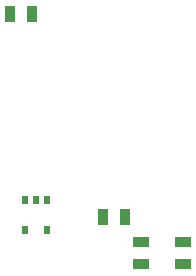
<source format=gbp>
G04 (created by PCBNEW-RS274X (2011-nov-12)-testing) date Thu 19 Jan 2012 10:10:30 PM EST*
G01*
G70*
G90*
%MOIN*%
G04 Gerber Fmt 3.4, Leading zero omitted, Abs format*
%FSLAX34Y34*%
G04 APERTURE LIST*
%ADD10C,0.006000*%
%ADD11R,0.035000X0.055000*%
%ADD12R,0.020000X0.030000*%
%ADD13R,0.055000X0.035000*%
G04 APERTURE END LIST*
G54D10*
G54D11*
X19975Y17950D03*
X19225Y17950D03*
G54D12*
X19725Y11750D03*
X20475Y11750D03*
X19725Y10750D03*
X20100Y11750D03*
X20475Y10750D03*
G54D13*
X25000Y10375D03*
X25000Y09625D03*
X23600Y10375D03*
X23600Y09625D03*
G54D11*
X23075Y11200D03*
X22325Y11200D03*
M02*

</source>
